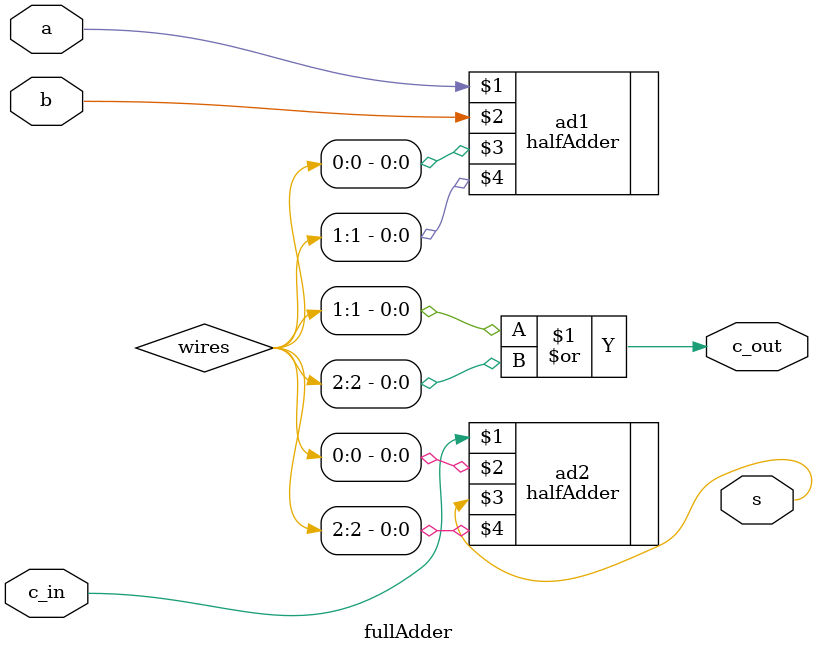
<source format=v>
module fullAdder(input a, b, input c_in, output s, output c_out);

wire[2:0] wires;
halfAdder ad1(a,b,wires[0],wires[1]);
halfAdder ad2(c_in, wires[0],s,wires[2]);
or or1(c_out,wires[1],wires[2]);


endmodule
</source>
